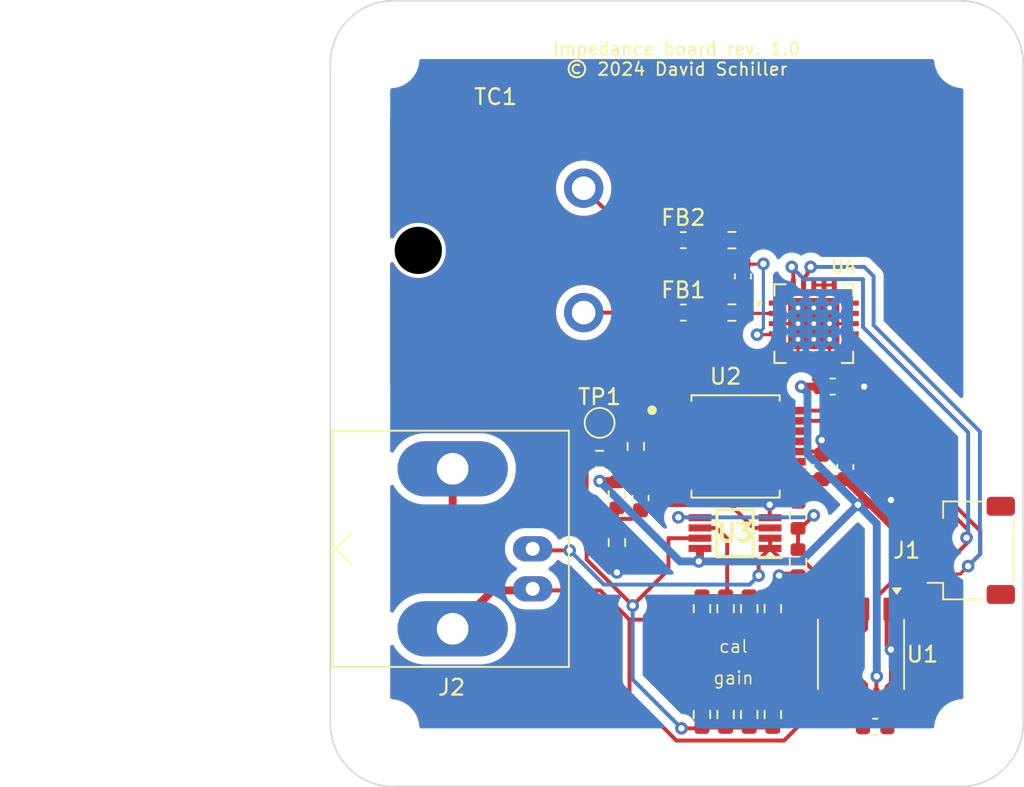
<source format=kicad_pcb>
(kicad_pcb (version 20241229) (generator "pcbnew") (generator_version "9.0")
  (title_block (rev "1"))
  (layers (0 "F.Cu" signal "Front") (2 "B.Cu" signal "Back") (13 "F.Paste" user) (15 "B.Paste" user) (5 "F.SilkS" user "F.Silkscreen") (7 "B.SilkS" user "B.Silkscreen") (1 "F.Mask" user) (3 "B.Mask" user) (25 "Edge.Cuts" user))
  (net 0 "")
  (net 1 "+3.3V")
  (net 2 "GND")
  (net 3 "VOUT")
  (net 4 "Net-(U3-+IN_A)")
  (net 5 "SCL")
  (net 6 "SDA")
  (net 7 "VIN")
  (net 8 "Net-(U1-S1A)")
  (net 9 "Net-(U1-S4B)")
  (net 10 "DUT-")
  (net 11 "Net-(U1-S2A)")
  (net 12 "DUT+")
  (net 13 "Net-(U1-S3B)")
  (net 14 "Net-(U1-S3A)")
  (net 15 "Net-(U1-S2B)")
  (net 16 "Net-(U1-S4A)")
  (net 17 "Net-(U1-S1B)")
  (net 18 "Net-(U2-VIN)")
  (net 19 "Net-(U2-RFB)")
  (net 20 "Net-(U3-+IN_B)")
  (net 22 "Net-(U4-VIN+)")
  (net 23 "Net-(U4-VIN-)")
  (net 24 "Net-(TC1-+)")
  (net 25 "Net-(FB1-Pad2)")
  (net 26 "Net-(TC1--)")
  (net 27 "Net-(FB2-Pad2)")
  (footprint "Capacitor_SMD:C_0603_1608Metric" (layer "F.Cu") (at 157.2 64.9 90)
    (property "Reference" "C2" (hide yes))
    (property "Value" "0.1uF" (hide yes))
    (pad "1" smd roundrect (at -0.775 0 90) (size 0.9 0.95) (layers "F.Cu" "F.Mask" "F.Paste") (net 1 "+3.3V"))
    (pad "2" smd roundrect (at 0.775 0 90) (size 0.9 0.95) (layers "F.Cu" "F.Mask" "F.Paste") (net 2 "GND"))
  )
  (footprint "Resistor_SMD:R_0603_1608Metric" (layer "F.Cu") (at 143.1 64.4)
    (property "Reference" "R9" (hide yes))
    (property "Value" "20k" (hide yes))
    (pad "1" smd roundrect (at -0.825 0) (size 0.8 0.95) (layers "F.Cu" "F.Mask" "F.Paste") (net 7 "VIN"))
    (pad "2" smd roundrect (at 0.825 0) (size 0.8 0.95) (layers "F.Cu" "F.Mask" "F.Paste") (net 18 "Net-(U2-VIN)"))
  )
  (footprint "Resistor_SMD:R_0603_1608Metric" (layer "F.Cu") (at 151.1 80.625 -90)
    (property "Reference" "R6" (hide yes))
    (property "Value" "820" (hide yes))
    (pad "1" smd roundrect (at -0.825 0 270) (size 0.8 0.95) (layers "F.Cu" "F.Mask" "F.Paste") (net 15 "Net-(U1-S2B)"))
    (pad "2" smd roundrect (at 0.825 0 270) (size 0.8 0.95) (layers "F.Cu" "F.Mask" "F.Paste") (net 7 "VIN"))
  )
  (footprint "Resistor_SMD:R_0603_1608Metric" (layer "F.Cu") (at 149.6 73.9 90)
    (property "Reference" "R1" (hide yes))
    (property "Value" "14.7" (hide yes))
    (pad "1" smd roundrect (at -0.825 0 90) (size 0.8 0.95) (layers "F.Cu" "F.Mask" "F.Paste") (net 8 "Net-(U1-S1A)"))
    (pad "2" smd roundrect (at 0.825 0 90) (size 0.8 0.95) (layers "F.Cu" "F.Mask" "F.Paste") (net 10 "DUT-"))
  )
  (footprint "Package_SO:TSSOP-16_4.4x5mm_P0.65mm" (layer "F.Cu") (at 159.7 76.8 -90)
    (property "Reference" "U1" (at 0 -3.9 180) (layer "F.SilkS"))
    (property "Value" "ADG729" (hide yes))
    (pad "1" smd roundrect (at -2.8625 -2.275 270) (size 1.475 0.4) (layers "F.Cu" "F.Mask" "F.Paste") (net 5 "SCL"))
    (pad "2" smd roundrect (at -2.8625 -1.625 270) (size 1.475 0.4) (layers "F.Cu" "F.Mask" "F.Paste") (net 2 "GND"))
    (pad "3" smd roundrect (at -2.8625 -0.975 270) (size 1.475 0.4) (layers "F.Cu" "F.Mask" "F.Paste") (net 6 "SDA"))
    (pad "4" smd roundrect (at -2.8625 -0.325 270) (size 1.475 0.4) (layers "F.Cu" "F.Mask" "F.Paste") (net 8 "Net-(U1-S1A)"))
    (pad "5" smd roundrect (at -2.8625 0.325 270) (size 1.475 0.4) (layers "F.Cu" "F.Mask" "F.Paste") (net 11 "Net-(U1-S2A)"))
    (pad "6" smd roundrect (at -2.8625 0.975 270) (size 1.475 0.4) (layers "F.Cu" "F.Mask" "F.Paste") (net 14 "Net-(U1-S3A)"))
    (pad "7" smd roundrect (at -2.8625 1.625 270) (size 1.475 0.4) (layers "F.Cu" "F.Mask" "F.Paste") (net 16 "Net-(U1-S4A)"))
    (pad "8" smd roundrect (at -2.8625 2.275 270) (size 1.475 0.4) (layers "F.Cu" "F.Mask" "F.Paste") (net 12 "DUT+"))
    (pad "9" smd roundrect (at 2.8625 2.275 270) (size 1.475 0.4) (layers "F.Cu" "F.Mask" "F.Paste") (net 10 "DUT-"))
    (pad "10" smd roundrect (at 2.8625 1.625 270) (size 1.475 0.4) (layers "F.Cu" "F.Mask" "F.Paste") (net 9 "Net-(U1-S4B)"))
    (pad "11" smd roundrect (at 2.8625 0.975 270) (size 1.475 0.4) (layers "F.Cu" "F.Mask" "F.Paste") (net 13 "Net-(U1-S3B)"))
    (pad "12" smd roundrect (at 2.8625 0.325 270) (size 1.475 0.4) (layers "F.Cu" "F.Mask" "F.Paste") (net 15 "Net-(U1-S2B)"))
    (pad "13" smd roundrect (at 2.8625 -0.325 270) (size 1.475 0.4) (layers "F.Cu" "F.Mask" "F.Paste") (net 17 "Net-(U1-S1B)"))
    (pad "14" smd roundrect (at 2.8625 -0.975 270) (size 1.475 0.4) (layers "F.Cu" "F.Mask" "F.Paste") (net 1 "+3.3V"))
    (pad "15" smd roundrect (at 2.8625 -1.625 270) (size 1.475 0.4) (layers "F.Cu" "F.Mask" "F.Paste") (net 2 "GND"))
    (pad "16" smd roundrect (at 2.8625 -2.275 270) (size 1.475 0.4) (layers "F.Cu" "F.Mask" "F.Paste") (net 2 "GND"))
  )
  (footprint "Resistor_SMD:R_0603_1608Metric" (layer "F.Cu") (at 144.2 66.675 -90)
    (property "Reference" "R13" (hide yes))
    (property "Value" "50k" (hide yes))
    (pad "1" smd roundrect (at -0.825 0 270) (size 0.8 0.95) (layers "F.Cu" "F.Mask" "F.Paste") (net 1 "+3.3V"))
    (pad "2" smd roundrect (at 0.825 0 270) (size 0.8 0.95) (layers "F.Cu" "F.Mask" "F.Paste") (net 4 "Net-(U3-+IN_A)"))
  )
  (footprint "Resistor_SMD:R_0603_1608Metric" (layer "F.Cu") (at 154.1 73.9 90)
    (property "Reference" "R7" (hide yes))
    (property "Value" "1M" (hide yes))
    (pad "1" smd roundrect (at -0.825 0 90) (size 0.8 0.95) (layers "F.Cu" "F.Mask" "F.Paste") (net 16 "Net-(U1-S4A)"))
    (pad "2" smd roundrect (at 0.825 0 90) (size 0.8 0.95) (layers "F.Cu" "F.Mask" "F.Paste") (net 10 "DUT-"))
  )
  (footprint "TestPoint:TestPoint_Pad_D1.5mm" (layer "F.Cu") (at 143.1 62.1)
    (property "Reference" "TP1" (at 0 -1.648 0) (layer "F.SilkS"))
    (property "Value" "TestPoint" (hide yes))
    (pad "1" smd circle (at 0 0) (size 1.5 1.5) (layers "F.Cu" "F.Mask") (net 19 "Net-(U2-RFB)"))
  )
  (footprint "Capacitor_SMD:C_0603_1608Metric" (layer "F.Cu") (at 145.7 66.875 -90)
    (property "Reference" "C4" (hide yes))
    (property "Value" "47nF" (hide yes))
    (pad "1" smd roundrect (at -0.775 0 270) (size 0.9 0.95) (layers "F.Cu" "F.Mask" "F.Paste") (net 3 "VOUT"))
    (pad "2" smd roundrect (at 0.775 0 270) (size 0.9 0.95) (layers "F.Cu" "F.Mask" "F.Paste") (net 4 "Net-(U3-+IN_A)"))
  )
  (footprint "Resistor_SMD:R_0603_1608Metric" (layer "F.Cu") (at 144.2 69.7 -90)
    (property "Reference" "R14" (hide yes))
    (property "Value" "50k" (hide yes))
    (pad "1" smd roundrect (at -0.825 0 270) (size 0.8 0.95) (layers "F.Cu" "F.Mask" "F.Paste") (net 4 "Net-(U3-+IN_A)"))
    (pad "2" smd roundrect (at 0.825 0 270) (size 0.8 0.95) (layers "F.Cu" "F.Mask" "F.Paste") (net 2 "GND"))
  )
  (footprint "Connector_Coaxial:BNC_Amphenol_B6252HB-NPP3G-50_Horizontal" (layer "F.Cu") (at 138.85 70.1 90)
    (property "Reference" "J2" (at -8.8 -5.15 180) (layer "F.SilkS"))
    (property "Value" "Conn_Coaxial" (hide yes))
    (pad "1" thru_hole oval (at 0 0 90) (size 1.6 2.5) (drill 0.89) (layers "*.Cu" "*.Mask") (net 12 "DUT+"))
    (pad "2" thru_hole oval (at -5.08 -5.08 90) (size 3.5 7) (drill 2.01) (layers "*.Cu" "*.Mask") (net 10 "DUT-"))
    (pad "2" thru_hole oval (at -2.54 0 90) (size 1.6 2.5) (drill 0.89) (layers "*.Cu" "*.Mask") (net 10 "DUT-"))
    (pad "2" thru_hole oval (at 5.08 -5.08 90) (size 3.5 7) (drill 2.01) (layers "*.Cu" "*.Mask") (net 10 "DUT-"))
  )
  (footprint "Inductor_SMD:L_0603_1608Metric" (layer "F.Cu") (at 148.4125 55.1)
    (property "Reference" "FB1" (at 0 -1.43 0) (layer "F.SilkS"))
    (property "Value" "FerriteBead_Small" (hide yes))
    (pad "1" smd roundrect (at -0.7875 0) (size 0.875 0.95) (layers "F.Cu" "F.Mask" "F.Paste") (net 24 "Net-(TC1-+)"))
    (pad "2" smd roundrect (at 0.7875 0) (size 0.875 0.95) (layers "F.Cu" "F.Mask" "F.Paste") (net 25 "Net-(FB1-Pad2)"))
  )
  (footprint "Resistor_SMD:R_0603_1608Metric" (layer "F.Cu") (at 151.5 50.5)
    (property "Reference" "R18" (hide yes))
    (property "Value" "100" (hide yes))
    (pad "1" smd roundrect (at -0.825 0) (size 0.8 0.95) (layers "F.Cu" "F.Mask" "F.Paste") (net 27 "Net-(FB2-Pad2)"))
    (pad "2" smd roundrect (at 0.825 0) (size 0.8 0.95) (layers "F.Cu" "F.Mask" "F.Paste") (net 23 "Net-(U4-VIN-)"))
  )
  (footprint "Resistor_SMD:R_0603_1608Metric" (layer "F.Cu") (at 151.1 73.9 90)
    (property "Reference" "R3" (hide yes))
    (property "Value" "1k" (hide yes))
    (pad "1" smd roundrect (at -0.825 0 90) (size 0.8 0.95) (layers "F.Cu" "F.Mask" "F.Paste") (net 11 "Net-(U1-S2A)"))
    (pad "2" smd roundrect (at 0.825 0 90) (size 0.8 0.95) (layers "F.Cu" "F.Mask" "F.Paste") (net 10 "DUT-"))
  )
  (footprint "Capacitor_SMD:C_0603_1608Metric" (layer "F.Cu") (at 152.2 52.8 90)
    (property "Reference" "C6" (hide yes))
    (property "Value" "0.1uF" (hide yes))
    (pad "1" smd roundrect (at -0.775 0 90) (size 0.9 0.95) (layers "F.Cu" "F.Mask" "F.Paste") (net 22 "Net-(U4-VIN+)"))
    (pad "2" smd roundrect (at 0.775 0 90) (size 0.9 0.95) (layers "F.Cu" "F.Mask" "F.Paste") (net 23 "Net-(U4-VIN-)"))
  )
  (footprint "MountingHole:MountingHole_3.2mm_M3" (layer "F.Cu") (at 166.2 39)
    (property "Reference" "H2" (hide yes))
    (property "Value" "MountingHole" (hide yes))
    (pad "" np_thru_hole circle (at 0 0) (size 3.2 3.2) (drill 3.2) (layers "*.Cu" "*.Mask"))
  )
  (footprint "MountingHole:MountingHole_3.2mm_M3" (layer "F.Cu") (at 166.2 81.5)
    (property "Reference" "H4" (hide yes))
    (property "Value" "MountingHole" (hide yes))
    (pad "" np_thru_hole circle (at 0 0) (size 3.2 3.2) (drill 3.2) (layers "*.Cu" "*.Mask"))
  )
  (footprint "Resistor_SMD:R_0603_1608Metric" (layer "F.Cu") (at 149.6 80.625 -90)
    (property "Reference" "R8" (hide yes))
    (property "Value" "56.2" (hide yes))
    (pad "1" smd roundrect (at -0.825 0 270) (size 0.8 0.95) (layers "F.Cu" "F.Mask" "F.Paste") (net 17 "Net-(U1-S1B)"))
    (pad "2" smd roundrect (at 0.825 0 270) (size 0.8 0.95) (layers "F.Cu" "F.Mask" "F.Paste") (net 7 "VIN"))
  )
  (footprint "_Local:RS_PRO_381-7564" (layer "F.Cu") (at 146.1875 59.7 90)
    (property "Reference" "TC1" (at 18.3 -9.6875 0) (layer "F.SilkS"))
    (property "Value" "Thermocouple_Block" (hide yes))
    (pad "" np_thru_hole circle (at 8.55 -14.6 90) (size 3 3) (drill 3) (layers "*.Mask"))
    (pad "1" thru_hole circle (at 4.6 -4.1 90) (size 2.5 2.5) (drill 1.5) (layers "*.Cu" "*.Mask") (net 24 "Net-(TC1-+)"))
    (pad "2" thru_hole circle (at 12.5 -4.1 90) (size 2.5 2.5) (drill 1.5) (layers "*.Cu" "*.Mask") (net 26 "Net-(TC1--)"))
  )
  (footprint "Resistor_SMD:R_0603_1608Metric" (layer "F.Cu") (at 145.4 63.6 90)
    (property "Reference" "R12" (hide yes))
    (property "Value" "20k" (hide yes))
    (pad "1" smd roundrect (at -0.825 0 90) (size 0.8 0.95) (layers "F.Cu" "F.Mask" "F.Paste") (net 18 "Net-(U2-VIN)"))
    (pad "2" smd roundrect (at 0.825 0 90) (size 0.8 0.95) (layers "F.Cu" "F.Mask" "F.Paste") (net 19 "Net-(U2-RFB)"))
  )
  (footprint "Capacitor_SMD:C_0603_1608Metric" (layer "F.Cu") (at 157.9 59.8)
    (property "Reference" "C5" (hide yes))
    (property "Value" "0.1uF" (hide yes))
    (pad "1" smd roundrect (at -0.775 0) (size 0.9 0.95) (layers "F.Cu" "F.Mask" "F.Paste") (net 1 "+3.3V"))
    (pad "2" smd roundrect (at 0.775 0) (size 0.9 0.95) (layers "F.Cu" "F.Mask" "F.Paste") (net 2 "GND"))
  )
  (footprint "Capacitor_SMD:C_0603_1608Metric" (layer "F.Cu") (at 158.7 64.9 90)
    (property "Reference" "C3" (hide yes))
    (property "Value" "10uF" (hide yes))
    (pad "1" smd roundrect (at -0.775 0 90) (size 0.9 0.95) (layers "F.Cu" "F.Mask" "F.Paste") (net 1 "+3.3V"))
    (pad "2" smd roundrect (at 0.775 0 90) (size 0.9 0.95) (layers "F.Cu" "F.Mask" "F.Paste") (net 2 "GND"))
  )
  (footprint "MountingHole:MountingHole_3.2mm_M3" (layer "F.Cu") (at 129.8 39)
    (property "Reference" "H1" (hide yes))
    (property "Value" "MountingHole" (hide yes))
    (pad "" np_thru_hole circle (at 0 0) (size 3.2 3.2) (drill 3.2) (layers "*.Cu" "*.Mask"))
  )
  (footprint "_User:SOP65P780X200-16N" (layer "F.Cu") (at 151.7325 63.6)
    (property "Reference" "U2" (at -0.63514 -4.44604 0) (layer "F.SilkS") (effects (font (size 1.000236 1.000236))))
    (property "Value" "AD5933YRSZ-REEL7" (hide yes))
    (pad "1" smd rect (at -3.505 -2.275) (size 1.9 0.48) (layers "F.Cu" "F.Mask" "F.Paste"))
    (pad "2" smd rect (at -3.505 -1.625) (size 1.9 0.48) (layers "F.Cu" "F.Mask" "F.Paste"))
    (pad "3" smd rect (at -3.505 -0.975) (size 1.9 0.48) (layers "F.Cu" "F.Mask" "F.Paste"))
    (pad "4" smd rect (at -3.505 -0.325) (size 1.9 0.48) (layers "F.Cu" "F.Mask" "F.Paste") (net 19 "Net-(U2-RFB)"))
    (pad "5" smd rect (at -3.505 0.325) (size 1.9 0.48) (layers "F.Cu" "F.Mask" "F.Paste") (net 18 "Net-(U2-VIN)"))
    (pad "6" smd rect (at -3.505 0.975) (size 1.9 0.48) (layers "F.Cu" "F.Mask" "F.Paste") (net 3 "VOUT"))
    (pad "7" smd rect (at -3.505 1.625) (size 1.9 0.48) (layers "F.Cu" "F.Mask" "F.Paste"))
    (pad "8" smd rect (at -3.505 2.275) (size 1.9 0.48) (layers "F.Cu" "F.Mask" "F.Paste"))
    (pad "9" smd rect (at 3.505 2.275) (size 1.9 0.48) (layers "F.Cu" "F.Mask" "F.Paste") (net 1 "+3.3V"))
    (pad "10" smd rect (at 3.505 1.625) (size 1.9 0.48) (layers "F.Cu" "F.Mask" "F.Paste") (net 1 "+3.3V"))
    (pad "11" smd rect (at 3.505 0.975) (size 1.9 0.48) (layers "F.Cu" "F.Mask" "F.Paste") (net 1 "+3.3V"))
    (pad "12" smd rect (at 3.505 0.325) (size 1.9 0.48) (layers "F.Cu" "F.Mask" "F.Paste") (net 2 "GND"))
    (pad "13" smd rect (at 3.505 -0.325) (size 1.9 0.48) (layers "F.Cu" "F.Mask" "F.Paste") (net 2 "GND"))
    (pad "14" smd rect (at 3.505 -0.975) (size 1.9 0.48) (layers "F.Cu" "F.Mask" "F.Paste") (net 2 "GND"))
    (pad "15" smd rect (at 3.505 -1.625) (size 1.9 0.48) (layers "F.Cu" "F.Mask" "F.Paste") (net 6 "SDA"))
    (pad "16" smd rect (at 3.505 -2.275) (size 1.9 0.48) (layers "F.Cu" "F.Mask" "F.Paste") (net 5 "SCL"))
  )
  (footprint "Capacitor_SMD:C_0603_1608Metric" (layer "F.Cu") (at 160.6 81.4)
    (property "Reference" "C1" (hide yes))
    (property "Value" "10uF" (hide yes))
    (pad "1" smd roundrect (at -0.775 0) (size 0.9 0.95) (layers "F.Cu" "F.Mask" "F.Paste") (net 1 "+3.3V"))
    (pad "2" smd roundrect (at 0.775 0) (size 0.9 0.95) (layers "F.Cu" "F.Mask" "F.Paste") (net 2 "GND"))
  )
  (footprint "_User:SOP65P490X110-8N" (layer "F.Cu") (at 151.7 69.1 180)
    (property "Reference" "U3" (at 0 0 0) (layer "F.SilkS") (effects (font (size 1.1 1.1) (thickness 0.254))))
    (property "Value" "AD8606ARMZ-R7" (hide yes))
    (pad "1" smd rect (at -2.225 -0.975 270) (size 0.45 1.45) (layers "F.Cu" "F.Mask" "F.Paste") (net 12 "DUT+"))
    (pad "2" smd rect (at -2.225 -0.325 270) (size 0.45 1.45) (layers "F.Cu" "F.Mask" "F.Paste") (net 12 "DUT+"))
    (pad "3" smd rect (at -2.225 0.325 270) (size 0.45 1.45) (layers "F.Cu" "F.Mask" "F.Paste") (net 4 "Net-(U3-+IN_A)"))
    (pad "4" smd rect (at -2.225 0.975 270) (size 0.45 1.45) (layers "F.Cu" "F.Mask" "F.Paste") (net 2 "GND"))
    (pad "5" smd rect (at 2.225 0.975 270) (size 0.45 1.45) (layers "F.Cu" "F.Mask" "F.Paste") (net 20 "Net-(U3-+IN_B)"))
    (pad "6" smd rect (at 2.225 0.325 270) (size 0.45 1.45) (layers "F.Cu" "F.Mask" "F.Paste") (net 10 "DUT-"))
    (pad "7" smd rect (at 2.225 -0.325 270) (size 0.45 1.45) (layers "F.Cu" "F.Mask" "F.Paste") (net 7 "VIN"))
    (pad "8" smd rect (at 2.225 -0.975 270) (size 0.45 1.45) (layers "F.Cu" "F.Mask" "F.Paste") (net 1 "+3.3V"))
  )
  (footprint "Resistor_SMD:R_0603_1608Metric" (layer "F.Cu") (at 155.7 70.975 -90)
    (property "Reference" "R16" (hide yes))
    (property "Value" "50k" (hide yes))
    (pad "1" smd roundrect (at -0.825 0 270) (size 0.8 0.95) (layers "F.Cu" "F.Mask" "F.Paste") (net 20 "Net-(U3-+IN_B)"))
    (pad "2" smd roundrect (at 0.825 0 270) (size 0.8 0.95) (layers "F.Cu" "F.Mask" "F.Paste") (net 2 "GND"))
  )
  (footprint "Resistor_SMD:R_0603_1608Metric" (layer "F.Cu") (at 152.6 80.625 -90)
    (property "Reference" "R4" (hide yes))
    (property "Value" "14.7k" (hide yes))
    (pad "1" smd roundrect (at -0.825 0 270) (size 0.8 0.95) (layers "F.Cu" "F.Mask" "F.Paste") (net 13 "Net-(U1-S3B)"))
    (pad "2" smd roundrect (at 0.825 0 270) (size 0.8 0.95) (layers "F.Cu" "F.Mask" "F.Paste") (net 7 "VIN"))
  )
  (footprint "Connector_JST:JST_SH_SM04B-SRSS-TB_1x04-1MP_P1.00mm_Horizontal" (layer "F.Cu") (at 166.7 70.2 90)
    (property "Reference" "J1" (at 0 -4.1 180) (layer "F.SilkS"))
    (property "Value" "Conn_01x04_Male" (hide yes))
    (pad "1" smd roundrect (at -1.5 -2 90) (size 0.6 1.55) (layers "F.Cu" "F.Mask" "F.Paste") (net 5 "SCL"))
    (pad "2" smd roundrect (at -0.5 -2 90) (size 0.6 1.55) (layers "F.Cu" "F.Mask" "F.Paste") (net 6 "SDA"))
    (pad "3" smd roundrect (at 0.5 -2 90) (size 0.6 1.55) (layers "F.Cu" "F.Mask" "F.Paste") (net 1 "+3.3V"))
    (pad "4" smd roundrect (at 1.5 -2 90) (size 0.6 1.55) (layers "F.Cu" "F.Mask" "F.Paste") (net 2 "GND"))
    (pad "MP" smd roundrect (at -2.8 1.875 90) (size 1.2 1.8) (layers "F.Cu" "F.Mask" "F.Paste") (roundrect_rratio 0.2083333333))
    (pad "MP" smd roundrect (at 2.8 1.875 90) (size 1.2 1.8) (layers "F.Cu" "F.Mask" "F.Paste") (roundrect_rratio 0.2083333333))
  )
  (footprint "Resistor_SMD:R_0603_1608Metric" (layer "F.Cu") (at 154.1 80.625 -90)
    (property "Reference" "R2" (hide yes))
    (property "Value" "147k" (hide yes))
    (pad "1" smd roundrect (at -0.825 0 270) (size 0.8 0.95) (layers "F.Cu" "F.Mask" "F.Paste") (net 9 "Net-(U1-S4B)"))
    (pad "2" smd roundrect (at 0.825 0 270) (size 0.8 0.95) (layers "F.Cu" "F.Mask" "F.Paste") (net 7 "VIN"))
  )
  (footprint "Inductor_SMD:L_0603_1608Metric" (layer "F.Cu") (at 148.4125 50.5)
    (property "Reference" "FB2" (at 0 -1.43 0) (layer "F.SilkS"))
    (property "Value" "FerriteBead_Small" (hide yes))
    (pad "1" smd roundrect (at -0.7875 0) (size 0.875 0.95) (layers "F.Cu" "F.Mask" "F.Paste") (net 26 "Net-(TC1--)"))
    (pad "2" smd roundrect (at 0.7875 0) (size 0.875 0.95) (layers "F.Cu" "F.Mask" "F.Paste") (net 27 "Net-(FB2-Pad2)"))
  )
  (footprint "Resistor_SMD:R_0603_1608Metric" (layer "F.Cu") (at 151.5 55.1)
    (property "Reference" "R17" (hide yes))
    (property "Value" "100" (hide yes))
    (pad "1" smd roundrect (at -0.825 0) (size 0.8 0.95) (layers "F.Cu" "F.Mask" "F.Paste") (net 25 "Net-(FB1-Pad2)"))
    (pad "2" smd roundrect (at 0.825 0) (size 0.8 0.95) (layers "F.Cu" "F.Mask" "F.Paste") (net 22 "Net-(U4-VIN+)"))
  )
  (footprint "Resistor_SMD:R_0603_1608Metric" (layer "F.Cu") (at 155.7 67.975 -90)
    (property "Reference" "R15" (hide yes))
    (property "Value" "50k" (hide yes))
    (pad "1" smd roundrect (at -0.825 0 270) (size 0.8 0.95) (layers "F.Cu" "F.Mask" "F.Paste") (net 1 "+3.3V"))
    (pad "2" smd roundrect (at 0.825 0 270) (size 0.8 0.95) (layers "F.Cu" "F.Mask" "F.Paste") (net 20 "Net-(U3-+IN_B)"))
  )
  (footprint "Resistor_SMD:R_0603_1608Metric" (layer "F.Cu") (at 152.6 73.9 90)
    (property "Reference" "R5" (hide yes))
    (property "Value" "100k" (hide yes))
    (pad "1" smd roundrect (at -0.825 0 90) (size 0.8 0.95) (layers "F.Cu" "F.Mask" "F.Paste") (net 14 "Net-(U1-S3A)"))
    (pad "2" smd roundrect (at 0.825 0 90) (size 0.8 0.95) (layers "F.Cu" "F.Mask" "F.Paste") (net 10 "DUT-"))
  )
  (footprint "MountingHole:MountingHole_3.2mm_M3" (layer "F.Cu") (at 129.8 81.5)
    (property "Reference" "H3" (hide yes))
    (property "Value" "MountingHole" (hide yes))
    (pad "" np_thru_hole circle (at 0 0) (size 3.2 3.2) (drill 3.2) (layers "*.Cu" "*.Mask"))
  )
  (footprint "_User:QFN65P500X500X100-21N_MCP9600-E_MX" (layer "F.Cu") (at 156.7 55.8)
    (property "Reference" "U4" (at 1.9 -3.6 0) (layer "F.SilkS") (effects (font (size 0.8 0.8))))
    (property "Value" "MCP9600-E_MX" (hide yes))
    (pad "1" smd roundrect (at -2.45 -1.3) (size 0.81 0.32) (layers "F.Cu" "F.Mask" "F.Paste") (roundrect_rratio 0.04) (net 2 "GND"))
    (pad "2" smd roundrect (at -2.45 -0.65) (size 0.81 0.32) (layers "F.Cu" "F.Mask" "F.Paste") (roundrect_rratio 0.04) (net 22 "Net-(U4-VIN+)"))
    (pad "3" smd roundrect (at -2.45 0) (size 0.81 0.32) (layers "F.Cu" "F.Mask" "F.Paste") (roundrect_rratio 0.04) (net 2 "GND"))
    (pad "4" smd roundrect (at -2.45 0.65) (size 0.81 0.32) (layers "F.Cu" "F.Mask" "F.Paste") (roundrect_rratio 0.04) (net 23 "Net-(U4-VIN-)"))
    (pad "5" smd roundrect (at -2.45 1.3) (size 0.81 0.32) (layers "F.Cu" "F.Mask" "F.Paste") (roundrect_rratio 0.04) (net 2 "GND"))
    (pad "6" smd roundrect (at -1.3 2.45 90) (size 0.81 0.32) (layers "F.Cu" "F.Mask" "F.Paste") (roundrect_rratio 0.04) (net 2 "GND"))
    (pad "7" smd roundrect (at -0.65 2.45 90) (size 0.81 0.32) (layers "F.Cu" "F.Mask" "F.Paste") (roundrect_rratio 0.04) (net 2 "GND"))
    (pad "8" smd roundrect (at 0 2.45 90) (size 0.81 0.32) (layers "F.Cu" "F.Mask" "F.Paste") (roundrect_rratio 0.04) (net 1 "+3.3V"))
    (pad "9" smd roundrect (at 0.65 2.45 90) (size 0.81 0.32) (layers "F.Cu" "F.Mask" "F.Paste") (roundrect_rratio 0.04) (net 2 "GND"))
    (pad "10" smd roundrect (at 1.3 2.45 90) (size 0.81 0.32) (layers "F.Cu" "F.Mask" "F.Paste") (roundrect_rratio 0.04) (net 2 "GND"))
    (pad "11" smd roundrect (at 2.45 1.3) (size 0.81 0.32) (layers "F.Cu" "F.Mask" "F.Paste") (roundrect_rratio 0.04))
    (pad "12" smd roundrect (at 2.45 0.65) (size 0.81 0.32) (layers "F.Cu" "F.Mask" "F.Paste") (roundrect_rratio 0.04))
    (pad "13" smd roundrect (at 2.45 0) (size 0.81 0.32) (layers "F.Cu" "F.Mask" "F.Paste") (roundrect_rratio 0.04) (net 2 "GND"))
    (pad "14" smd roundrect (at 2.45 -0.65) (size 0.81 0.32) (layers "F.Cu" "F.Mask" "F.Paste") (roundrect_rratio 0.04))
    (pad "15" smd roundrect (at 2.45 -1.3) (size 0.81 0.32) (layers "F.Cu" "F.Mask" "F.Paste") (roundrect_rratio 0.04))
    (pad "16" smd roundrect (at 1.3 -2.45 90) (size 0.81 0.32) (layers "F.Cu" "F.Mask" "F.Paste") (roundrect_rratio 0.04) (net 2 "GND"))
    (pad "17" smd roundrect (at 0.65 -2.45 90) (size 0.81 0.32) (layers "F.Cu" "F.Mask" "F.Paste") (roundrect_rratio 0.04) (net 2 "GND"))
    (pad "18" smd roundrect (at 0 -2.45 90) (size 0.81 0.32) (layers "F.Cu" "F.Mask" "F.Paste") (roundrect_rratio 0.04) (net 2 "GND"))
    (pad "19" smd roundrect (at -0.65 -2.45 90) (size 0.81 0.32) (layers "F.Cu" "F.Mask" "F.Paste") (roundrect_rratio 0.04) (net 5 "SCL"))
    (pad "20" smd roundrect (at -1.3 -2.45 90) (size 0.81 0.32) (layers "F.Cu" "F.Mask" "F.Paste") (roundrect_rratio 0.04) (net 6 "SDA"))
    (pad "21" smd rect (at 0 0) (size 3.25 3.25) (layers "F.Cu" "F.Mask") (net 2 "GND"))
    (pad "22" thru_hole circle (at -1 -1) (size 0.5 0.5) (drill 0.3) (layers "*.Cu" "*.Mask") (net 2 "GND"))
    (pad "23" thru_hole circle (at 0 -1) (size 0.5 0.5) (drill 0.3) (layers "*.Cu" "*.Mask") (net 2 "GND"))
    (pad "24" thru_hole circle (at 1 -1) (size 0.5 0.5) (drill 0.3) (layers "*.Cu" "*.Mask") (net 2 "GND"))
    (pad "25" thru_hole circle (at -1 0) (size 0.5 0.5) (drill 0.3) (layers "*.Cu" "*.Mask") (net 2 "GND"))
    (pad "26" thru_hole circle (at 0 0) (size 0.5 0.5) (drill 0.3) (layers "*.Cu" "*.Mask") (net 2 "GND"))
    (pad "27" thru_hole circle (at 1 0) (size 0.5 0.5) (drill 0.3) (layers "*.Cu" "*.Mask") (net 2 "GND"))
    (pad "28" thru_hole circle (at -1 1) (size 0.5 0.5) (drill 0.3) (layers "*.Cu" "*.Mask") (net 2 "GND"))
    (pad "29" thru_hole circle (at 0 1) (size 0.5 0.5) (drill 0.3) (layers "*.Cu" "*.Mask") (net 2 "GND"))
    (pad "30" thru_hole circle (at 1 1) (size 0.5 0.5) (drill 0.3) (layers "*.Cu" "*.Mask") (net 2 "GND"))
  )
  (gr_arc (start 126 39.3) (mid 127.171573 36.471573) (end 130 35.3) (stroke (width 0.1)) (layer "Edge.Cuts"))
  (gr_line (start 130 85.2) (end 166 85.2) (stroke (width 0.1)) (layer "Edge.Cuts"))
  (gr_arc (start 130 85.2) (mid 127.171573 84.028427) (end 126 81.2) (stroke (width 0.1)) (layer "Edge.Cuts"))
  (gr_line (start 126 81.2) (end 126 39.3) (stroke (width 0.1)) (layer "Edge.Cuts"))
  (gr_line (start 170 81.2) (end 170 39.3) (stroke (width 0.1)) (layer "Edge.Cuts"))
  (gr_arc (start 170 81.2) (mid 168.828427 84.028427) (end 166 85.2) (stroke (width 0.1)) (layer "Edge.Cuts"))
  (gr_arc (start 166 35.3) (mid 168.828427 36.471573) (end 170 39.3) (stroke (width 0.1)) (layer "Edge.Cuts"))
  (gr_line (start 130 35.3) (end 166 35.3) (stroke (width 0.1)) (layer "Edge.Cuts"))
  (gr_text "gain" (at 151.6 78.3 0) (layer "F.SilkS") (effects (font (size 0.8 0.8) (thickness 0.1))))
  (gr_text "Impedance board rev. 1.0\n© 2024 David Schiller" (at 148 39 0) (layer "F.SilkS") (effects (font (size 0.8 0.8) (thickness 0.125))))
  (gr_text "cal" (at 151.6 76.3 0) (layer "F.SilkS") (effects (font (size 0.8 0.8) (thickness 0.1))))
  (segment (start 149.4 70.9) (end 149.475 70.825) (width 0.5) (layer "F.Cu") (net 1))
  (segment (start 143.1 65.8) (end 144.15 65.8) (width 0.5) (layer "F.Cu") (net 1))
  (segment (start 158.7 65.675) (end 155.4375 65.675) (width 0.5) (layer "F.Cu") (net 1))
  (segment (start 162.725 69.7) (end 160.2125 67.1875) (width 0.5) (layer "F.Cu") (net 1))
  (segment (start 160.325 67.3) (end 160.2125 67.1875) (width 0.5) (layer "F.Cu") (net 1))
  (segment (start 160.675 79.6625) (end 160.675 80.55) (width 0.25) (layer "F.Cu") (net 1))
  (segment (start 155.2375 65.875) (end 155.2375 66.6875) (width 0.5) (layer "F.Cu") (net 1))
  (segment (start 160.675 78.225) (end 160.7 78.2) (width 0.5) (layer "F.Cu") (net 1))
  (segment (start 155.4375 65.675) (end 155.2375 65.875) (width 0.5) (layer "F.Cu") (net 1))
  (segment (start 156.7 59.375) (end 156.7 58.25) (width 0.2) (layer "F.Cu") (net 1))
  (segment (start 160.675 80.55) (end 159.825 81.4) (width 0.25) (layer "F.Cu") (net 1))
  (segment (start 155.2375 66.6875) (end 155.7 67.15) (width 0.5) (layer "F.Cu") (net 1))
  (segment (start 155.2375 65.875) (end 155.2375 64.665) (width 0.25) (layer "F.Cu") (net 1))
  (segment (start 157.125 59.8) (end 156.7 59.375) (width 0.2) (layer "F.Cu") (net 1))
  (segment (start 162.725 69.7) (end 164.7 69.7) (width 0.5) (layer "F.Cu") (net 1))
  (segment (start 160.675 79.6625) (end 160.675 78.225) (width 0.25) (layer "F.Cu") (net 1))
  (segment (start 160.2125 67.1875) (end 158.7 65.675) (width 0.5) (layer "F.Cu") (net 1))
  (segment (start 155.9 59.8) (end 157.125 59.8) (width 0.5) (layer "F.Cu") (net 1))
  (segment (start 159.5 67.3) (end 160.325 67.3) (width 0.5) (layer "F.Cu") (net 1))
  (segment (start 149.475 70.825) (end 149.475 70.15) (width 0.5) (layer "F.Cu") (net 1))
  (via (at 143.1 65.8) (size 0.8) (drill 0.4) (layers "F.Cu" "B.Cu") (net 1))
  (via (at 159.5 67.3) (size 0.8) (drill 0.4) (layers "F.Cu" "B.Cu") (net 1))
  (via (at 155.9 59.8) (size 0.8) (drill 0.4) (layers "F.Cu" "B.Cu") (net 1))
  (via (at 160.7 78.2) (size 0.8) (drill 0.4) (layers "F.Cu" "B.Cu") (net 1))
  (via (at 149.4 70.9) (size 0.8) (drill 0.4) (layers "F.Cu" "B.Cu") (net 1))
  (segment (start 148.2 70.9) (end 143.1 65.8) (width 0.5) (layer "B.Cu") (net 1))
  (segment (start 159.5 67.3) (end 156.3 64.1) (width 0.5) (layer "B.Cu") (net 1))
  (segment (start 160.7 78.2) (end 160.7 68.5) (width 0.5) (layer "B.Cu") (net 1))
  (segment (start 149.4 70.9) (end 148.2 70.9) (width 0.5) (layer "B.Cu") (net 1))
  (segment (start 160.7 68.5) (end 159.5 67.3) (width 0.5) (layer "B.Cu") (net 1))
  (segment (start 156.3 60.2) (end 155.9 59.8) (width 0.5) (layer "B.Cu") (net 1))
  (segment (start 156.3 64.1) (end 156.3 60.2) (width 0.5) (layer "B.Cu") (net 1))
  (segment (start 155.9 70.9) (end 149.4 70.9) (width 0.5) (layer "B.Cu") (net 1))
  (segment (start 159.5 67.3) (end 155.9 70.9) (width 0.5) (layer "B.Cu") (net 1))
  (segment (start 161.6 67) (end 158.725 64.125) (width 0.5) (layer "F.Cu") (net 2))
  (segment (start 161.6 78.6) (end 161.325 78.875) (width 0.25) (layer "F.Cu") (net 2))
  (segment (start 161.325 79.6625) (end 161.325 81.35) (width 0.25) (layer "F.Cu") (net 2))
  (segment (start 154.25 54.5) (end 155.4 54.5) (width 0.2) (layer "F.Cu") (net 2))
  (segment (start 155.7 58.25) (end 155.4 58.25) (width 0.2) (layer "F.Cu") (net 2))
  (segment (start 161.6 78.6) (end 161.975 78.975) (width 0.25) (layer "F.Cu") (net 2))
  (segment (start 153.9 67.3) (end 153.9 68.1) (width 0.25) (layer "F.Cu") (net 2))
  (segment (start 157.35 53.35) (end 157.35 55.15) (width 0.2) (layer "F.Cu") (net 2))
  (segment (start 155.2375 63.925) (end 155.2375 62.625) (width 0.25) (layer "F.Cu") (net 2))
  (segment (start 155.7 58.25) (end 155.7 56.8) (width 0.2) (layer "F.Cu") (net 2))
  (segment (start 162.4 67) (end 161.6 67) (width 0.5) (layer "F.Cu") (net 2))
  (segment (start 153.9475 63.925) (end 155.2375 63.925) (width 0.25) (layer "F.Cu") (net 2))
  (segment (start 154.25 55.8) (end 156.7 55.8) (width 0.2) (layer "F.Cu") (net 2))
  (segment (start 158.7 64.125) (end 157.2 64.125) (width 0.5) (layer "F.Cu") (net 2))
  (segment (start 156.05 58.25) (end 155.7 58.25) (width 0.2) (layer "F.Cu") (net 2))
  (segment (start 157.7 58.25) (end 157.7 56.8) (width 0.2) (layer "F.Cu") (net 2))
  (segment (start 155.7 56.8) (end 156.7 55.8) (width 0.2) (layer "F.Cu") (net 2))
  (segment (start 164.1 68.7) (end 162.4 67) (width 0.5) (layer "F.Cu") (net 2))
  (segment (start 159.9 59.8) (end 158.675 59.8) (width 0.2) (layer "F.Cu") (net 2))
  (segment (start 156.7 53.35) (end 158 53.35) (width 0.2) (layer "F.Cu") (net 2))
  (segment (start 158 59.125) (end 158.675 59.8) (width 0.2) (layer "F.Cu") (net 2))
  (segment (start 155.2375 63.925) (end 157 63.925) (width 0.25) (layer "F.Cu") (net 2))
  (segment (start 159.15 55.8) (end 157.7 55.8) (width 0.2) (layer "F.Cu") (net 2))
  (segment (start 154.5 71.8) (end 155.7 71.8) (width 0.5) (layer "F.Cu") (net 2))
  (segment (start 155.4 57.1) (end 156.7 55.8) (width 0.2) (layer "F.Cu") (net 2))
  (segment (start 157.35 55.15) (end 156.7 55.8) (width 0.2) (layer "F.Cu") (net 2))
  (segment (start 153.9 67.3) (end 153.9 63.9725) (width 0.25) (layer "F.Cu") (net 2))
  (segment (start 157.2 64.125) (end 157.2 63.2) (width 0.5) (layer "F.Cu") (net 2))
  (segment (start 158 58.25) (end 158 59.125) (width 0.2) (layer "F.Cu") (net 2))
  (segment (start 155.4 54.5) (end 156.7 55.8) (width 0.2) (layer "F.Cu") (net 2))
  (segment (start 154.25 57.1) (end 155.4 57.1) (width 0.2) (layer "F.Cu") (net 2))
  (segment (start 157.7 58.25) (end 158 58.25) (width 0.2) (layer "F.Cu") (net 2))
  (segment (start 161.325 78.875) (end 161.325 79.6625) (width 0.25) (layer "F.Cu") (net 2))
  (segment (start 161.325 76.225) (end 161.325 73.9375) (width 0.25) (layer "F.Cu") (net 2))
  (segment (start 161.975 78.975) (end 161.975 79.6625) (width 0.25) (layer "F.Cu") (net 2))
  (segment (start 161.6 76.6) (end 161.6 78.6) (width 0.25) (layer "F.Cu") (net 2))
  (segment (start 157.35 58.25) (end 157.7 58.25) (width 0.2) (layer "F.Cu") (net 2))
  (segment (start 161.6 76.5) (end 161.325 76.225) (width 0.25) (layer "F.Cu") (net 2))
  (segment (start 144.2 71.6) (end 144.2 70.525) (width 0.5) (layer "F.Cu") (net 2))
  (segment (start 153.9 63.9725) (end 153.9475 63.925) (width 0.25) (layer "F.Cu") (net 2))
  (segment (start 157.7 56.8) (end 156.7 55.8) (width 0.2) (layer "F.Cu") (net 2))
  (via (at 144.2 71.6) (size 0.8) (drill 0.4) (layers "F.Cu" "B.Cu") (net 2))
  (via (at 159.9 59.8) (size 0.8) (drill 0.4) (layers "F.Cu" "B.Cu") (net 2))
  (via (at 161.6 67) (size 0.8) (drill 0.4) (layers "F.Cu" "B.Cu") (net 2))
  (via (at 157.2 63.2) (size 0.8) (drill 0.4) (layers "F.Cu" "B.Cu") (net 2))
  (via (at 154.5 71.8) (size 0.8) (drill 0.4) (layers "F.Cu" "B.Cu") (net 2))
  (via (at 161.6 76.5) (size 0.8) (drill 0.4) (layers "F.Cu" "B.Cu") (net 2))
  (via (at 153.9 67.3) (size 0.8) (drill 0.4) (layers "F.Cu" "B.Cu") (net 2))
  (segment (start 147.125 64.575) (end 148.2275 64.575) (width 0.25) (layer "F.Cu") (net 3))
  (segment (start 145.7 66) (end 147.125 64.575) (width 0.25) (layer "F.Cu") (net 3))
  (segment (start 145.7 67.65) (end 145.15 68.2) (width 0.25) (layer "F.Cu") (net 4))
  (segment (start 146.025 67.325) (end 151.425 67.325) (width 0.25) (layer "F.Cu") (net 4))
  (segment (start 152.875 68.775) (end 153.925 68.775) (width 0.25) (layer "F.Cu") (net 4))
  (segment (start 145.7 67.65) (end 146.025 67.325) (width 0.25) (layer "F.Cu") (net 4))
  (segment (start 144.2 68.2) (end 144.2 67.5) (width 0.25) (layer "F.Cu") (net 4))
  (segment (start 145.15 68.2) (end 144.2 68.2) (width 0.25) (layer "F.Cu") (net 4))
  (segment (start 144.2 68.875) (end 144.2 68.2) (width 0.25) (layer "F.Cu") (net 4))
  (segment (start 151.425 67.325) (end 152.875 68.775) (width 0.25) (layer "F.Cu") (net 4))
  (segment (start 159.632106 61.325) (end 167.275 68.967894) (width 0.25) (layer "F.Cu") (net 5))
  (segment (start 166 71.7) (end 166.5 71.2) (width 0.2) (layer "F.Cu") (net 5))
  (segment (start 164.7 71.7) (end 166 71.7) (width 0.2) (layer "F.Cu") (net 5))
  (segment (start 167.275 70.425) (end 166.5 71.2) (width 0.25) (layer "F.Cu") (net 5))
  (segment (start 161.975 73.9375) (end 164.2125 71.7) (width 0.25) (layer "F.Cu") (net 5))
  (segment (start 156.3 52.661812) (end 156.3 52.2) (width 0.25) (layer "F.Cu") (net 5))
  (segment (start 167.275 68.967894) (end 167.275 70.425) (width 0.25) (layer "F.Cu") (net 5))
  (segment (start 155.2375 61.325) (end 159.632106 61.325) (width 0.25) (layer "F.Cu") (net 5))
  (segment (start 156.05 53.35) (end 156.05 52.911812) (width 0.25) (layer "F.Cu") (net 5))
  (segment (start 156.05 52.911812) (end 156.3 52.661812) (width 0.25) (layer "F.Cu") (net 5))
  (via (at 166.5 71.2) (size 0.8) (drill 0.4) (layers "F.Cu" "B.Cu") (net 5))
  (via (at 156.5 52.2) (size 0.8) (drill 0.4) (layers "F.Cu" "B.Cu") (net 5))
  (segment (start 160.5 55.9) (end 160.5 52.792893) (width 0.25) (layer "B.Cu") (net 5))
  (segment (start 160.5 52.792893) (end 159.907107 52.2) (width 0.25) (layer "B.Cu") (net 5))
  (segment (start 159.907107 52.2) (end 156.5 52.2) (width 0.25) (layer "B.Cu") (net 5))
  (segment (start 166.5 71.2) (end 167.25 70.45) (width 0.25) (layer "B.Cu") (net 5))
  (segment (start 156.3 52.2) (end 156.707106 52.2) (width 0.25) (layer "B.Cu") (net 5))
  (segment (start 167.25 62.65) (end 160.5 55.9) (width 0.25) (layer "B.Cu") (net 5))
  (segment (start 167.25 70.45) (end 167.25 62.65) (width 0.25) (layer "B.Cu") (net 5))
  (segment (start 166.5 69.674999) (end 166.5 69.4) (width 0.25) (layer "F.Cu") (net 6))
  (segment (start 159.575 61.975) (end 155.2375 61.975) (width 0.25) (layer "F.Cu") (net 6))
  (segment (start 160.675 73.178249) (end 160.675 73.9375) (width 0.25) (layer "F.Cu") (net 6))
  (segment (start 163.153249 70.7) (end 160.675 73.178249) (width 0.25) (layer "F.Cu") (net 6))
  (segment (start 166.5 69.4) (end 166.5 68.9) (width 0.25) (layer "F.Cu") (net 6))
  (segment (start 164.7 70.7) (end 165.474999 70.7) (width 0.25) (layer "F.Cu") (net 6))
  (segment (start 165.474999 70.7) (end 166.5 69.674999) (width 0.25) (layer "F.Cu") (net 6))
  (segment (start 166.5 68.9) (end 159.575 61.975) (width 0.25) (layer "F.Cu") (net 6))
  (segment (start 155.4 53.35) (end 155.4 52.2) (width 0.25) (layer "F.Cu") (net 6))
  (segment (start 163.153249 70.7) (end 164.7 70.7) (width 0.25) (layer "F.Cu") (net 6))
  (via (at 166.4 69.4) (size 0.8) (drill 0.4) (layers "F.Cu" "B.Cu") (net 6))
  (via (at 155.3 52.2) (size 0.8) (drill 0.4) (layers "F.Cu" "B.Cu") (net 6))
  (segment (start 156.075 52.975) (end 159.825 52.975) (width 0.25) (layer "B.Cu") (net 6))
  (segment (start 166.5 62.7) (end 166.5 69.4) (width 0.25) (layer "B.Cu") (net 6))
  (segment (start 159.825 56.025) (end 166.5 62.7) (width 0.25) (layer "B.Cu") (net 6))
  (segment (start 159.825 52.975) (end 159.825 56.025) (width 0.25) (layer "B.Cu") (net 6))
  (segment (start 155.4 52.396016) (end 155.4 52.2) (width 0.25) (layer "B.Cu") (net 6))
  (segment (start 155.3 52.2) (end 156.075 52.975) (width 0.25) (layer "B.Cu") (net 6))
  (segment (start 142.275 70.775) (end 142.275 64.4) (width 0.25) (layer "F.Cu") (net 7))
  (segment (start 154.1 81.45) (end 149.6 81.45) (width 0.25) (layer "F.Cu") (net 7))
  (segment (start 147.471016 71.428984) (end 147.471016 69.425) (width 0.25) (layer "F.Cu") (net 7))
  (segment (start 148.3 81.5) (end 149.55 81.5) (width 0.25) (layer "F.Cu") (net 7))
  (segment (start 145.2 73.7) (end 147.471016 71.428984) (width 0.25) (layer "F.Cu") (net 7))
  (segment (start 149.475 69.425) (end 147.471016 69.425) (width 0.25) (layer "F.Cu") (net 7))
  (segment (start 145.2 73.7) (end 142.275 70.775) (width 0.25) (layer "F.Cu") (net 7))
  (via (at 148.3 81.5) (size 0.8) (drill 0.4) (layers "F.Cu" "B.Cu") (net 7))
  (via (at 145.2 73.7) (size 0.8) (drill 0.4) (layers "F.Cu" "B.Cu") (net 7))
  (segment (start 145.2 78.4) (end 148.3 81.5) (width 0.25) (layer "B.Cu") (net 7))
  (segment (start 145.2 73.7) (end 145.2 78.4) (width 0.25) (layer "B.Cu") (net 7))
  (segment (start 149.6 74.725) (end 151.425 76.55) (width 0.25) (layer "F.Cu") (net 8))
  (segment (start 151.425 76.55) (end 158.65 76.55) (width 0.25) (layer "F.Cu") (net 8))
  (segment (start 160.025 75.175) (end 160.025 73.9375) (width 0.25) (layer "F.Cu") (net 8))
  (segment (start 158.65 76.55) (end 160.025 75.175) (width 0.25) (layer "F.Cu") (net 8))
  (segment (start 154.1 79.8) (end 155.35 78.55) (width 0.25) (layer "F.Cu") (net 9))
  (segment (start 157.721751 78.55) (end 158.075 78.903249) (width 0.25) (layer "F.Cu") (net 9))
  (segment (start 155.35 78.55) (end 157.721751 78.55) (width 0.25) (layer "F.Cu") (net 9))
  (segment (start 158.075 78.903249) (end 158.075 79.6625) (width 0.25) (layer "F.Cu") (net 9))
  (segment (start 143.14 72.74) (end 145 74.6) (width 0.25) (layer "F.Cu") (net 10))
  (segment (start 151.2 73.1) (end 151.2 69.45) (width 0.25) (layer "F.Cu") (net 10))
  (segment (start 157.425 79.6625) (end 154.8125 82.275) (width 0.25) (layer "F.Cu") (net 10))
  (segment (start 133.77 70.2) (end 133.77 65.12) (width 0.5) (layer "F.Cu") (net 10))
  (segment (start 138.85 72.74) (end 143.14 72.74) (width 0.25) (layer "F.Cu") (net 10))
  (segment (start 147.978984 82.275) (end 145 79.296016) (width 0.25) (layer "F.Cu") (net 10))
  (segment (start 136.31 72.74) (end 133.77 75.28) (width 0.5) (layer "F.Cu") (net 10))
  (segment (start 154.8125 82.275) (end 147.978984 82.275) (width 0.25) (layer "F.Cu") (net 10))
  (segment (start 138.85 72.74) (end 136.31 72.74) (width 0.5) (layer "F.Cu") (net 10))
  (segment (start 151.2 69.45) (end 150.525 68.775) (width 0.25) (layer "F.Cu") (net 10))
  (segment (start 145 74.6) (end 148.075 74.6) (width 0.25) (layer "F.Cu") (net 10))
  (segment (start 136.31 72.74) (end 133.77 70.2) (width 0.5) (layer "F.Cu") (net 10))
  (segment (start 145 79.296016) (end 145 74.6) (width 0.25) (layer "F.Cu") (net 10))
  (segment (start 148.075 74.6) (end 149.6 73.075) (width 0.25) (layer "F.Cu") (net 10))
  (segment (start 149.7 73.1) (end 154.2 73.1) (width 0.25) (layer "F.Cu") (net 10))
  (segment (start 149.475 68.775) (end 150.525 68.775) (width 0.25) (layer "F.Cu") (net 10))
  (segment (start 152.425 76.05) (end 158.35 76.05) (width 0.25) (layer "F.Cu") (net 11))
  (segment (start 151.1 74.725) (end 152.425 76.05) (width 0.25) (layer "F.Cu") (net 11))
  (segment (start 158.35 76.05) (end 159.375 75.025) (width 0.25) (layer "F.Cu") (net 11))
  (segment (start 159.375 75.025) (end 159.375 73.9375) (width 0.25) (layer "F.Cu") (net 11))
  (segment (start 153.925 70.075) (end 154.875 71.025) (width 0.25) (layer "F.Cu") (net 12))
  (segment (start 156.225 71.025) (end 157.425 72.225) (width 0.25) (layer "F.Cu") (net 12))
  (segment (start 153.925 69.425) (end 153.925 70.075) (width 0.25) (layer "F.Cu") (net 12))
  (segment (start 153.2 70.8) (end 153.925 70.075) (width 0.25) (layer "F.Cu") (net 12))
  (segment (start 153.2 71.8) (end 153.2 70.8) (width 0.25) (layer "F.Cu") (net 12))
  (segment (start 154.875 71.025) (end 156.225 71.025) (width 0.25) (layer "F.Cu") (net 12))
  (segment (start 138.85 70.2) (end 141.2 70.2) (width 0.25) (layer "F.Cu") (net 12))
  (segment (start 157.425 72.225) (end 157.425 73.9375) (width 0.25) (layer "F.Cu") (net 12))
  (via (at 153.2 71.8) (size 0.8) (drill 0.4) (layers "F.Cu" "B.Cu") (net 12))
  (via (at 141.2 70.2) (size 0.8) (drill 0.4) (layers "F.Cu" "B.Cu") (net 12))
  (segment (start 152.625 72.375) (end 143.375 72.375) (width 0.25) (layer "B.Cu") (net 12))
  (segment (start 143.375 72.375) (end 141.2 70.2) (width 0.25) (layer "B.Cu") (net 12))
  (segment (start 153.2 71.8) (end 152.625 72.375) (width 0.25) (layer "B.Cu") (net 12))
  (segment (start 158.725 78.846142) (end 157.928858 78.05) (width 0.25) (layer "F.Cu") (net 13))
  (segment (start 158.725 79.6625) (end 158.725 78.846142) (width 0.25) (layer "F.Cu") (net 13))
  (segment (start 157.928858 78.05) (end 154.35 78.05) (width 0.25) (layer "F.Cu") (net 13))
  (segment (start 154.35 78.05) (end 152.6 79.8) (width 0.25) (layer "F.Cu") (net 13))
  (segment (start 158.725 74.875) (end 158.725 73.9375) (width 0.25) (layer "F.Cu") (net 14))
  (segment (start 158.05 75.55) (end 158.725 74.875) (width 0.25) (layer "F.Cu") (net 14))
  (segment (start 153.425 75.55) (end 158.05 75.55) (width 0.25) (layer "F.Cu") (net 14))
  (segment (start 152.6 74.725) (end 153.425 75.55) (width 0.25) (layer "F.Cu") (net 14))
  (segment (start 159.375 78.789036) (end 158.135964 77.55) (width 0.25) (layer "F.Cu") (net 15))
  (segment (start 158.135964 77.55) (end 153.35 77.55) (width 0.25) (layer "F.Cu") (net 15))
  (segment (start 159.375 79.6625) (end 159.375 78.789036) (width 0.25) (layer "F.Cu") (net 15))
  (segment (start 153.35 77.55) (end 151.1 79.8) (width 0.25) (layer "F.Cu") (net 15))
  (segment (start 154.425 75.05) (end 157.75 75.05) (width 0.25) (layer "F.Cu") (net 16))
  (segment (start 158.075 74.725) (end 158.075 73.9375) (width 0.25) (layer "F.Cu") (net 16))
  (segment (start 154.1 74.725) (end 154.425 75.05) (width 0.25) (layer "F.Cu") (net 16))
  (segment (start 157.75 75.05) (end 158.075 74.725) (width 0.25) (layer "F.Cu") (net 16))
  (segment (start 149.6 79.8) (end 152.35 77.05) (width 0.25) (layer "F.Cu") (net 17))
  (segment (start 152.35 77.05) (end 158.35 77.05) (width 0.25) (layer "F.Cu") (net 17))
  (segment (start 160.025 78.725) (end 160.025 79.6625) (width 0.25) (layer "F.Cu") (net 17))
  (segment (start 158.35 77.05) (end 160.025 78.725) (width 0.25) (layer "F.Cu") (net 17))
  (segment (start 146.175 64.425) (end 146.6 64) (width 0.25) (layer "F.Cu") (net 18))
  (segment (start 148.2275 63.925) (end 146.675 63.925) (width 0.25) (layer "F.Cu") (net 18))
  (segment (start 143.925 64.4) (end 145.375 64.4) (width 0.25) (layer "F.Cu") (net 18))
  (segment (start 145.4 64.425) (end 146.175 64.425) (width 0.25) (layer "F.Cu") (net 18))
  (segment (start 146.675 63.925) (end 146.6 64) (width 0.25) (layer "F.Cu") (net 18))
  (segment (start 145.6 62.975) (end 146.675 62.975) (width 0.25) (layer "F.Cu") (net 19))
  (segment (start 143.1 62.1) (end 144.725 62.1) (width 0.25) (layer "F.Cu") (net 19))
  (segment (start 146.975 63.275) (end 148.2275 63.275) (width 0.25) (layer "F.Cu") (net 19))
  (segment (start 146.675 62.975) (end 146.975 63.275) (width 0.25) (layer "F.Cu") (net 19))
  (segment (start 144.725 62.1) (end 145.4 62.775) (width 0.25) (layer "F.Cu") (net 19))
  (segment (start 155.7 70.15) (end 155.7 68.8) (width 0.25) (layer "F.Cu") (net 20))
  (segment (start 148.1 68.1) (end 149.45 68.1) (width 0.25) (layer "F.Cu") (net 20))
  (segment (start 155.875 68.8) (end 156.7 67.975) (width 0.25) (layer "F.Cu") (net 20))
  (via (at 148.1 68.1) (size 0.8) (drill 0.4) (layers "F.Cu" "B.Cu") (net 20))
  (via (at 156.7 67.975) (size 0.8) (drill 0.4) (layers "F.Cu" "B.Cu") (net 20))
  (segment (start 156.575 68.1) (end 148.1 68.1) (width 0.25) (layer "B.Cu") (net 20))
  (segment (start 156.7 67.975) (end 156.575 68.1) (width 0.25) (layer "B.Cu") (net 20))
  (segment (start 154.25 55.15) (end 152.375 55.15) (width 0.2) (layer "F.Cu") (net 22))
  (segment (start 152.2 54.975) (end 152.325 55.1) (width 0.2) (layer "F.Cu") (net 22))
  (segment (start 152.2 53.575) (end 152.2 54.975) (width 0.25) (layer "F.Cu") (net 22))
  (segment (start 152.375 55.15) (end 152.325 55.1) (width 0.2) (layer "F.Cu") (net 22))
  (segment (start 154.2 55.1) (end 154.25 55.15) (width 0.2) (layer "F.Cu") (net 22))
  (segment (start 152.2 52.025) (end 153.475 52.025) (width 0.2) (layer "F.Cu") (net 23))
  (segment (start 152.325 50.5) (end 152.325 51.9) (width 0.25) (layer "F.Cu") (net 23))
  (segment (start 153.475 52.025) (end 153.5 52) (width 0.2) (layer "F.Cu") (net 23))
  (segment (start 154.2 56.5) (end 154.25 56.45) (width 0.2) (layer "F.Cu") (net 23))
  (segment (start 153.1 56.5) (end 154.2 56.5) (width 0.2) (layer "F.Cu") (net 23))
  (segment (start 152.325 51.9) (end 152.2 52.025) (width 0.2) (layer "F.Cu") (net 23))
  (via (at 153.5 52) (size 0.8) (drill 0.4) (layers "F.Cu" "B.Cu") (net 23))
  (via (at 153.1 56.5) (size 0.8) (drill 0.4) (layers "F.Cu" "B.Cu") (net 23))
  (segment (start 153.5 56.1) (end 153.1 56.5) (width 0.2) (layer "B.Cu") (net 23))
  (segment (start 153.5 52) (end 153.5 56.1) (width 0.2) (layer "B.Cu") (net 23))
  (segment (start 147.625 55.1) (end 142.0875 55.1) (width 0.25) (layer "F.Cu") (net 24))
  (segment (start 149.2 55.1) (end 150.675 55.1) (width 0.25) (layer "F.Cu") (net 25))
  (segment (start 150.6375 55.1) (end 150.7875 54.95) (width 0.25) (layer "F.Cu") (net 25))
  (segment (start 145.3875 50.5) (end 142.0875 47.2) (width 0.25) (layer "F.Cu") (net 26))
  (segment (start 147.625 50.5) (end 145.3875 50.5) (width 0.25) (layer "F.Cu") (net 26))
  (segment (start 149.2 50.5) (end 150.675 50.5) (width 0.25) (layer "F.Cu") (net 27))
  (zone (net 2) (net_name "GND") (layer "F.Cu") (priority 1) (connect_pads (clearance 0.508)) (min_thickness 0.25) (fill yes (thermal_gap 0.5) (thermal_bridge_width 0.5))
    (polygon (pts (xy 129.8 42.6) (xy 153 42.6) (xy 153 59.7) (xy 129.8 59.7)))
  )
  (zone (net 2) (net_name "GND") (layer "F.Cu") (priority 2) (connect_pads (clearance 0.508)) (min_thickness 0.25) (fill yes (thermal_gap 0.5) (thermal_bridge_width 0.5))
    (polygon (pts (xy 153 56.9) (xy 156.2 56.9) (xy 156.3 57) (xy 156.3 59.7) (xy 153 59.7)))
  )
  (zone (net 2) (net_name "GND") (layer "B.Cu") (connect_pads (clearance 0.508)) (min_thickness 0.254) (fill yes (thermal_gap 0.508) (thermal_bridge_width 0.508))
    (polygon (pts (xy 166.2 39) (xy 166.2 81.5) (xy 129.8 81.5) (xy 129.8 39)))
  )
)
</source>
